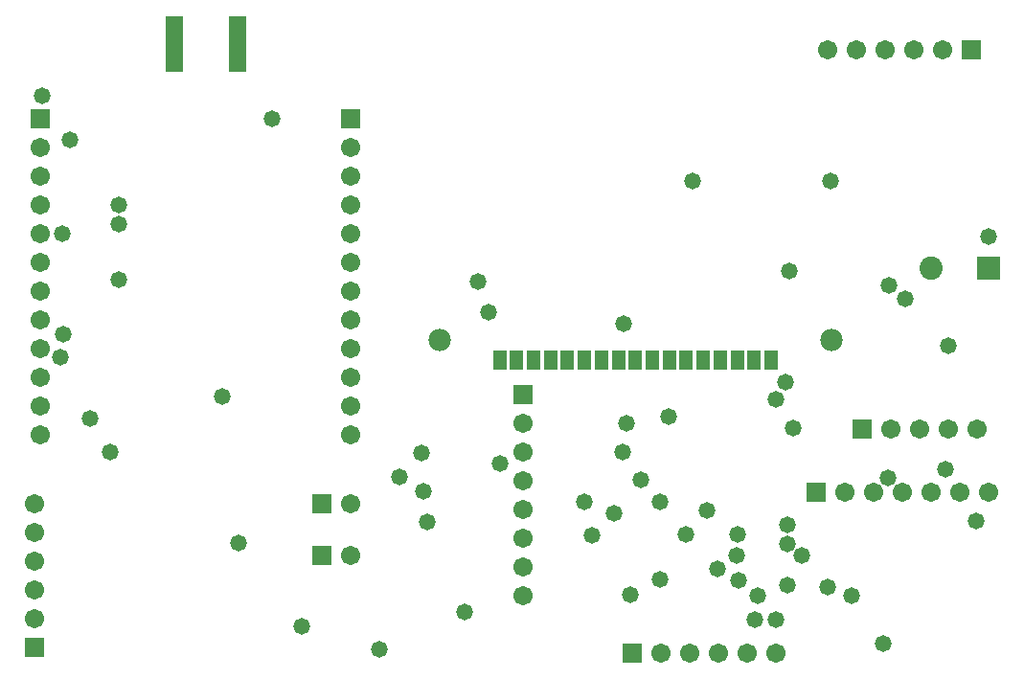
<source format=gbs>
%FSLAX44Y44*%
%MOMM*%
G71*
G01*
G75*
G04 Layer_Color=16711935*
%ADD10C,0.3810*%
%ADD11C,0.2540*%
%ADD12C,0.6350*%
%ADD13R,1.2700X4.2000*%
%ADD14R,1.3500X4.7000*%
%ADD15R,2.1000X1.6000*%
%ADD16R,0.4000X1.3500*%
%ADD17R,1.9000X1.9000*%
%ADD18R,1.8000X1.9000*%
%ADD19R,0.9000X1.9000*%
%ADD20R,3.2000X1.9000*%
%ADD21R,1.5240X1.0160*%
%ADD22R,1.0160X1.5240*%
%ADD23R,1.1000X1.0000*%
%ADD24R,0.9100X1.2200*%
%ADD25R,0.8000X0.8000*%
%ADD26R,0.8000X0.8000*%
%ADD27R,1.0000X1.3500*%
%ADD28R,0.3700X0.4300*%
%ADD29R,0.3700X0.3000*%
%ADD30R,0.6000X1.6000*%
%ADD31O,1.9000X0.5500*%
%ADD32O,0.5500X1.9000*%
%ADD33C,1.5000*%
%ADD34R,1.5000X1.5000*%
%ADD35R,1.8500X1.8500*%
%ADD36C,1.8500*%
%ADD37R,1.5000X1.5000*%
%ADD38R,1.0000X1.5240*%
%ADD39C,1.7780*%
%ADD40C,1.2700*%
%ADD41C,0.2500*%
%ADD42C,0.6000*%
%ADD43C,0.2500*%
%ADD44R,0.1000X0.1000*%
%ADD45C,0.0500*%
%ADD46C,0.2000*%
%ADD47C,1.0000*%
%ADD48C,0.0254*%
%ADD49R,1.4732X4.4032*%
%ADD50R,1.5532X4.9032*%
%ADD51R,2.3032X1.8032*%
%ADD52R,0.6032X1.5532*%
%ADD53R,2.1032X2.1032*%
%ADD54R,2.0032X2.1032*%
%ADD55R,1.1032X2.1032*%
%ADD56R,3.4032X2.1032*%
%ADD57R,1.7240X1.2160*%
%ADD58R,1.2160X1.7240*%
%ADD59R,1.3032X1.2032*%
%ADD60R,1.1132X1.4232*%
%ADD61R,1.0032X1.0032*%
%ADD62R,1.0032X1.0032*%
%ADD63R,1.2032X1.5532*%
%ADD64R,0.5732X0.6332*%
%ADD65R,0.5732X0.5032*%
%ADD66R,0.8032X1.8032*%
%ADD67O,2.1032X0.7532*%
%ADD68O,0.7532X2.1032*%
%ADD69C,1.7032*%
%ADD70R,1.7032X1.7032*%
%ADD71R,2.0532X2.0532*%
%ADD72C,2.0532*%
%ADD73R,1.7032X1.7032*%
%ADD74R,1.2032X1.7272*%
%ADD75C,1.9812*%
%ADD76C,1.4732*%
D50*
X144653Y558800D02*
D03*
X200253D02*
D03*
D69*
X25400Y213360D02*
D03*
Y238760D02*
D03*
Y264160D02*
D03*
Y289560D02*
D03*
Y314960D02*
D03*
Y340360D02*
D03*
Y365760D02*
D03*
Y391160D02*
D03*
Y416560D02*
D03*
Y441960D02*
D03*
Y467360D02*
D03*
X863600Y162560D02*
D03*
X838200D02*
D03*
X812800D02*
D03*
X787400D02*
D03*
X736600D02*
D03*
X762000D02*
D03*
X574040Y20320D02*
D03*
X599440D02*
D03*
X624840D02*
D03*
X650240D02*
D03*
X675640D02*
D03*
X452120Y223520D02*
D03*
Y198120D02*
D03*
Y172720D02*
D03*
Y147320D02*
D03*
Y121920D02*
D03*
Y96520D02*
D03*
Y71120D02*
D03*
X20320Y50800D02*
D03*
Y76200D02*
D03*
Y101600D02*
D03*
Y127000D02*
D03*
Y152400D02*
D03*
X299720Y213360D02*
D03*
Y238760D02*
D03*
Y264160D02*
D03*
Y289560D02*
D03*
Y314960D02*
D03*
Y340360D02*
D03*
Y365760D02*
D03*
Y391160D02*
D03*
Y416560D02*
D03*
Y441960D02*
D03*
Y467360D02*
D03*
X853440Y218440D02*
D03*
X828040D02*
D03*
X802640D02*
D03*
X777240D02*
D03*
X822960Y553720D02*
D03*
X797560D02*
D03*
X772160D02*
D03*
X746760D02*
D03*
X721360D02*
D03*
X299720Y152400D02*
D03*
Y106680D02*
D03*
D70*
X25400Y492760D02*
D03*
X452120Y248920D02*
D03*
X20320Y25400D02*
D03*
X299720Y492760D02*
D03*
D71*
X863600Y360680D02*
D03*
D72*
X812800D02*
D03*
D73*
X711200Y162560D02*
D03*
X548640Y20320D02*
D03*
X751840Y218440D02*
D03*
X848360Y553720D02*
D03*
X274320Y152400D02*
D03*
Y106680D02*
D03*
D74*
X431800Y279400D02*
D03*
X446800D02*
D03*
X461800D02*
D03*
X491800D02*
D03*
X476800D02*
D03*
X536800D02*
D03*
X551800D02*
D03*
X521800D02*
D03*
X506800D02*
D03*
X626800D02*
D03*
X641800D02*
D03*
X671800D02*
D03*
X656800D02*
D03*
X596800D02*
D03*
X611800D02*
D03*
X581800D02*
D03*
X566800D02*
D03*
D75*
X378800Y297400D02*
D03*
X724800D02*
D03*
D76*
X686250Y80500D02*
D03*
X698500Y106680D02*
D03*
X743076Y71500D02*
D03*
X828750Y291750D02*
D03*
X45720Y302260D02*
D03*
X43180Y281940D02*
D03*
X685800Y116840D02*
D03*
X676148Y50292D02*
D03*
X721360Y78740D02*
D03*
X596646Y125730D02*
D03*
X362458Y197358D02*
D03*
X368046Y136652D02*
D03*
X45520Y391360D02*
D03*
X541528Y311912D02*
D03*
X659638Y70866D02*
D03*
X641604Y106934D02*
D03*
X547370Y71882D02*
D03*
X342900Y176276D02*
D03*
X573532Y154180D02*
D03*
X513716Y124840D02*
D03*
X676402Y245110D02*
D03*
X684784Y259588D02*
D03*
X691642Y219456D02*
D03*
X826262Y182626D02*
D03*
X852932Y136906D02*
D03*
X624078Y94742D02*
D03*
X657098Y50292D02*
D03*
X573532Y85852D02*
D03*
X325882Y24130D02*
D03*
X186690Y247650D02*
D03*
X52070Y474218D02*
D03*
X27686Y512826D02*
D03*
X230378Y492760D02*
D03*
X556260Y173736D02*
D03*
X364490Y163322D02*
D03*
X615188Y146176D02*
D03*
X789940Y333756D02*
D03*
X95250Y416760D02*
D03*
X432562Y188214D02*
D03*
X774700Y175260D02*
D03*
X642366Y125730D02*
D03*
X686562Y133858D02*
D03*
X543560Y223520D02*
D03*
X540766Y198120D02*
D03*
X643128Y84582D02*
D03*
X533146Y144272D02*
D03*
X95250Y350520D02*
D03*
Y399288D02*
D03*
X257048Y44196D02*
D03*
X400750Y57000D02*
D03*
X87376Y198374D02*
D03*
X581152Y229616D02*
D03*
X200660Y118110D02*
D03*
X771144Y29210D02*
D03*
X863854Y388366D02*
D03*
X602742Y437642D02*
D03*
X724154Y437388D02*
D03*
X422148Y321818D02*
D03*
X413004Y348742D02*
D03*
X776224Y345186D02*
D03*
X688086Y358140D02*
D03*
X70104Y228092D02*
D03*
X506984Y153924D02*
D03*
M02*

</source>
